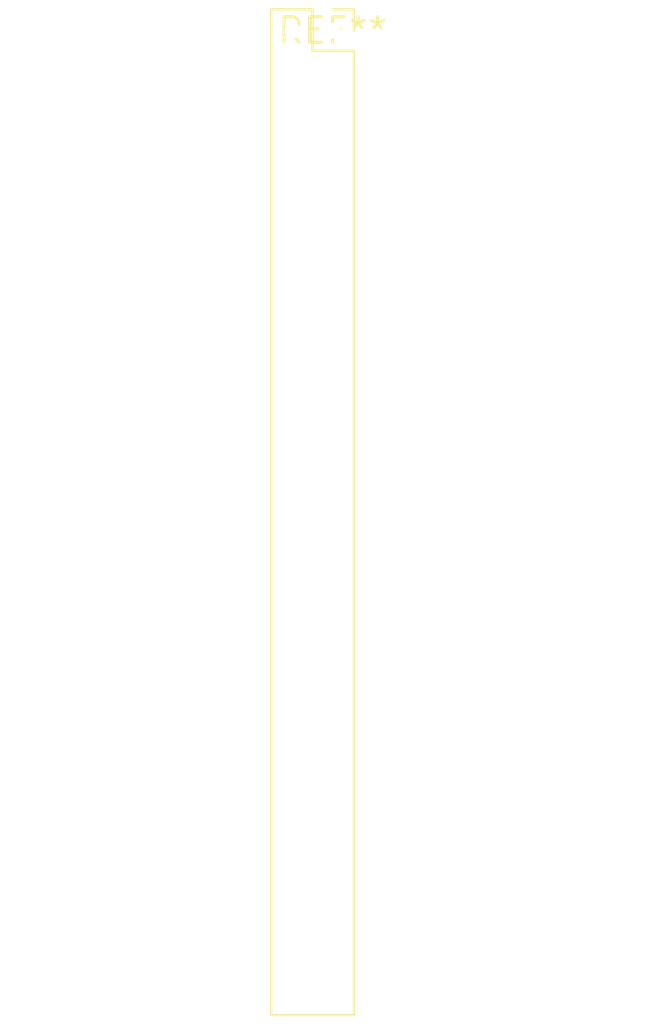
<source format=kicad_pcb>
(kicad_pcb (version 20240108) (generator pcbnew)
  (layers (0 "F.Cu" signal) (31 "B.Cu" signal) (34 "B.Paste" user) (35 "F.Paste" user) (36 "B.SilkS" user "B.Silkscreen") (37 "F.SilkS" user "F.Silkscreen") (38 "B.Mask" user) (39 "F.Mask" user) (44 "Edge.Cuts" user))
  (net 0 "")
  (footprint "PinSocket_2x25_P2.00mm_Vertical" (layer "F.Cu") (at 0 0)
    (property "Reference" "REF**")
    (property "Value" "PinSocket_2x25_P2.00mm_Vertical")
    (fp_line (start -3.06 -1.06) (end -3.06 49.06) (layer "F.SilkS") (stroke (width 0.12)))
    (fp_line (start -3.06 -1.06) (end -1 -1.06) (layer "F.SilkS") (stroke (width 0.12)))
    (fp_line (start -3.06 49.06) (end 1.06 49.06) (layer "F.SilkS") (stroke (width 0.12)))
    (fp_line (start -1 -1.06) (end -1 1) (layer "F.SilkS") (stroke (width 0.12)))
    (fp_line (start -1 1) (end 1.06 1) (layer "F.SilkS") (stroke (width 0.12)))
    (fp_line (start 0 -1.06) (end 1.06 -1.06) (layer "F.SilkS") (stroke (width 0.12)))
    (fp_line (start 1.06 -1.06) (end 1.06 0) (layer "F.SilkS") (stroke (width 0.12)))
    (fp_line (start 1.06 1) (end 1.06 49.06) (layer "F.SilkS") (stroke (width 0.12)))
    (pad "1" thru_hole rect (at 0 0) (size 1.35 1.35) (drill 0.8) (layers *.Cu *.Mask) (remove_unused_layers))
    (pad "2" thru_hole oval (at -2 0) (size 1.35 1.35) (drill 0.8) (layers *.Cu *.Mask) (remove_unused_layers))
    (pad "3" thru_hole oval (at 0 2) (size 1.35 1.35) (drill 0.8) (layers *.Cu *.Mask) (remove_unused_layers))
    (pad "4" thru_hole oval (at -2 2) (size 1.35 1.35) (drill 0.8) (layers *.Cu *.Mask) (remove_unused_layers))
    (pad "5" thru_hole oval (at 0 4) (size 1.35 1.35) (drill 0.8) (layers *.Cu *.Mask) (remove_unused_layers))
    (pad "6" thru_hole oval (at -2 4) (size 1.35 1.35) (drill 0.8) (layers *.Cu *.Mask) (remove_unused_layers))
    (pad "7" thru_hole oval (at 0 6) (size 1.35 1.35) (drill 0.8) (layers *.Cu *.Mask) (remove_unused_layers))
    (pad "8" thru_hole oval (at -2 6) (size 1.35 1.35) (drill 0.8) (layers *.Cu *.Mask) (remove_unused_layers))
    (pad "9" thru_hole oval (at 0 8) (size 1.35 1.35) (drill 0.8) (layers *.Cu *.Mask) (remove_unused_layers))
    (pad "10" thru_hole oval (at -2 8) (size 1.35 1.35) (drill 0.8) (layers *.Cu *.Mask) (remove_unused_layers))
    (pad "11" thru_hole oval (at 0 10) (size 1.35 1.35) (drill 0.8) (layers *.Cu *.Mask) (remove_unused_layers))
    (pad "12" thru_hole oval (at -2 10) (size 1.35 1.35) (drill 0.8) (layers *.Cu *.Mask) (remove_unused_layers))
    (pad "13" thru_hole oval (at 0 12) (size 1.35 1.35) (drill 0.8) (layers *.Cu *.Mask) (remove_unused_layers))
    (pad "14" thru_hole oval (at -2 12) (size 1.35 1.35) (drill 0.8) (layers *.Cu *.Mask) (remove_unused_layers))
    (pad "15" thru_hole oval (at 0 14) (size 1.35 1.35) (drill 0.8) (layers *.Cu *.Mask) (remove_unused_layers))
    (pad "16" thru_hole oval (at -2 14) (size 1.35 1.35) (drill 0.8) (layers *.Cu *.Mask) (remove_unused_layers))
    (pad "17" thru_hole oval (at 0 16) (size 1.35 1.35) (drill 0.8) (layers *.Cu *.Mask) (remove_unused_layers))
    (pad "18" thru_hole oval (at -2 16) (size 1.35 1.35) (drill 0.8) (layers *.Cu *.Mask) (remove_unused_layers))
    (pad "19" thru_hole oval (at 0 18) (size 1.35 1.35) (drill 0.8) (layers *.Cu *.Mask) (remove_unused_layers))
    (pad "20" thru_hole oval (at -2 18) (size 1.35 1.35) (drill 0.8) (layers *.Cu *.Mask) (remove_unused_layers))
    (pad "21" thru_hole oval (at 0 20) (size 1.35 1.35) (drill 0.8) (layers *.Cu *.Mask) (remove_unused_layers))
    (pad "22" thru_hole oval (at -2 20) (size 1.35 1.35) (drill 0.8) (layers *.Cu *.Mask) (remove_unused_layers))
    (pad "23" thru_hole oval (at 0 22) (size 1.35 1.35) (drill 0.8) (layers *.Cu *.Mask) (remove_unused_layers))
    (pad "24" thru_hole oval (at -2 22) (size 1.35 1.35) (drill 0.8) (layers *.Cu *.Mask) (remove_unused_layers))
    (pad "25" thru_hole oval (at 0 24) (size 1.35 1.35) (drill 0.8) (layers *.Cu *.Mask) (remove_unused_layers))
    (pad "26" thru_hole oval (at -2 24) (size 1.35 1.35) (drill 0.8) (layers *.Cu *.Mask) (remove_unused_layers))
    (pad "27" thru_hole oval (at 0 26) (size 1.35 1.35) (drill 0.8) (layers *.Cu *.Mask) (remove_unused_layers))
    (pad "28" thru_hole oval (at -2 26) (size 1.35 1.35) (drill 0.8) (layers *.Cu *.Mask) (remove_unused_layers))
    (pad "29" thru_hole oval (at 0 28) (size 1.35 1.35) (drill 0.8) (layers *.Cu *.Mask) (remove_unused_layers))
    (pad "30" thru_hole oval (at -2 28) (size 1.35 1.35) (drill 0.8) (layers *.Cu *.Mask) (remove_unused_layers))
    (pad "31" thru_hole oval (at 0 30) (size 1.35 1.35) (drill 0.8) (layers *.Cu *.Mask) (remove_unused_layers))
    (pad "32" thru_hole oval (at -2 30) (size 1.35 1.35) (drill 0.8) (layers *.Cu *.Mask) (remove_unused_layers))
    (pad "33" thru_hole oval (at 0 32) (size 1.35 1.35) (drill 0.8) (layers *.Cu *.Mask) (remove_unused_layers))
    (pad "34" thru_hole oval (at -2 32) (size 1.35 1.35) (drill 0.8) (layers *.Cu *.Mask) (remove_unused_layers))
    (pad "35" thru_hole oval (at 0 34) (size 1.35 1.35) (drill 0.8) (layers *.Cu *.Mask) (remove_unused_layers))
    (pad "36" thru_hole oval (at -2 34) (size 1.35 1.35) (drill 0.8) (layers *.Cu *.Mask) (remove_unused_layers))
    (pad "37" thru_hole oval (at 0 36) (size 1.35 1.35) (drill 0.8) (layers *.Cu *.Mask) (remove_unused_layers))
    (pad "38" thru_hole oval (at -2 36) (size 1.35 1.35) (drill 0.8) (layers *.Cu *.Mask) (remove_unused_layers))
    (pad "39" thru_hole oval (at 0 38) (size 1.35 1.35) (drill 0.8) (layers *.Cu *.Mask) (remove_unused_layers))
    (pad "40" thru_hole oval (at -2 38) (size 1.35 1.35) (drill 0.8) (layers *.Cu *.Mask) (remove_unused_layers))
    (pad "41" thru_hole oval (at 0 40) (size 1.35 1.35) (drill 0.8) (layers *.Cu *.Mask) (remove_unused_layers))
    (pad "42" thru_hole oval (at -2 40) (size 1.35 1.35) (drill 0.8) (layers *.Cu *.Mask) (remove_unused_layers))
    (pad "43" thru_hole oval (at 0 42) (size 1.35 1.35) (drill 0.8) (layers *.Cu *.Mask) (remove_unused_layers))
    (pad "44" thru_hole oval (at -2 42) (size 1.35 1.35) (drill 0.8) (layers *.Cu *.Mask) (remove_unused_layers))
    (pad "45" thru_hole oval (at 0 44) (size 1.35 1.35) (drill 0.8) (layers *.Cu *.Mask) (remove_unused_layers))
    (pad "46" thru_hole oval (at -2 44) (size 1.35 1.35) (drill 0.8) (layers *.Cu *.Mask) (remove_unused_layers))
    (pad "47" thru_hole oval (at 0 46) (size 1.35 1.35) (drill 0.8) (layers *.Cu *.Mask) (remove_unused_layers))
    (pad "48" thru_hole oval (at -2 46) (size 1.35 1.35) (drill 0.8) (layers *.Cu *.Mask) (remove_unused_layers))
    (pad "49" thru_hole oval (at 0 48) (size 1.35 1.35) (drill 0.8) (layers *.Cu *.Mask) (remove_unused_layers))
    (pad "50" thru_hole oval (at -2 48) (size 1.35 1.35) (drill 0.8) (layers *.Cu *.Mask) (remove_unused_layers))
  )
)
</source>
